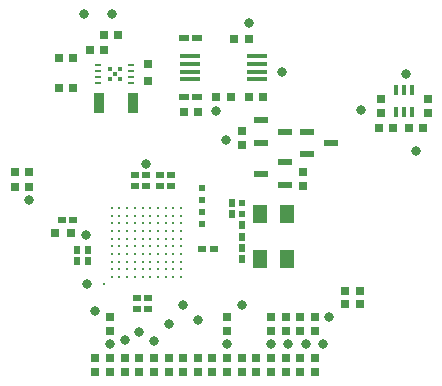
<source format=gbp>
%FSLAX43Y43*%
%MOMM*%
G71*
G01*
G75*
G04 Layer_Color=128*
%ADD10R,0.600X1.000*%
%ADD11R,0.400X1.400*%
%ADD12R,2.300X1.900*%
%ADD13R,1.775X1.900*%
%ADD14R,0.650X0.500*%
%ADD15R,1.000X2.250*%
%ADD16R,1.400X1.150*%
%ADD17R,1.600X1.000*%
%ADD18R,2.500X3.000*%
%ADD19O,0.800X0.400*%
%ADD20O,0.250X0.700*%
%ADD21O,0.700X0.250*%
%ADD22R,4.500X4.500*%
%ADD23R,1.200X1.200*%
%ADD24R,1.100X0.600*%
%ADD25R,1.100X1.000*%
%ADD26R,0.350X0.700*%
%ADD27R,0.700X0.700*%
%ADD28R,0.282X0.205*%
%ADD29R,0.550X0.600*%
%ADD30R,0.650X0.800*%
%ADD31R,0.500X0.650*%
%ADD32R,0.762X0.762*%
%ADD33R,0.205X0.282*%
%ADD34R,0.600X0.900*%
%ADD35R,0.800X0.650*%
%ADD36R,0.600X0.550*%
G04:AMPARAMS|DCode=37|XSize=0.205mm|YSize=0.282mm|CornerRadius=0mm|HoleSize=0mm|Usage=FLASHONLY|Rotation=135.000|XOffset=0mm|YOffset=0mm|HoleType=Round|Shape=Rectangle|*
%AMROTATEDRECTD37*
4,1,4,0.172,0.027,-0.027,-0.172,-0.172,-0.027,0.027,0.172,0.172,0.027,0.0*
%
%ADD37ROTATEDRECTD37*%

G04:AMPARAMS|DCode=38|XSize=0.205mm|YSize=0.282mm|CornerRadius=0mm|HoleSize=0mm|Usage=FLASHONLY|Rotation=225.000|XOffset=0mm|YOffset=0mm|HoleType=Round|Shape=Rectangle|*
%AMROTATEDRECTD38*
4,1,4,-0.027,0.172,0.172,-0.027,0.027,-0.172,-0.172,0.027,-0.027,0.172,0.0*
%
%ADD38ROTATEDRECTD38*%

%ADD39R,0.900X0.600*%
%ADD40R,1.200X1.200*%
%ADD41R,0.700X0.700*%
%ADD42C,0.254*%
%ADD43C,0.203*%
%ADD44C,0.180*%
%ADD45C,0.150*%
%ADD46C,0.300*%
%ADD47C,0.125*%
%ADD48C,0.200*%
%ADD49C,0.114*%
%ADD50C,0.250*%
%ADD51C,0.205*%
%ADD52R,0.450X2.959*%
%ADD53R,2.025X0.450*%
%ADD54R,1.650X0.550*%
%ADD55R,0.601X0.571*%
%ADD56R,0.763X0.125*%
%ADD57R,0.600X0.670*%
%ADD58R,0.598X0.716*%
%ADD59R,2.386X0.197*%
%ADD60R,0.350X3.200*%
%ADD61R,1.700X1.700*%
%ADD62C,1.700*%
%ADD63R,1.700X1.700*%
%ADD64C,2.400*%
%ADD65C,1.050*%
%ADD66C,3.600*%
%ADD67C,0.762*%
%ADD68C,0.500*%
%ADD69C,0.450*%
%ADD70C,0.400*%
%ADD71C,0.550*%
%ADD72C,0.500*%
%ADD73C,1.600*%
G04:AMPARAMS|DCode=74|XSize=2.524mm|YSize=2.524mm|CornerRadius=0mm|HoleSize=0mm|Usage=FLASHONLY|Rotation=0.000|XOffset=0mm|YOffset=0mm|HoleType=Round|Shape=Relief|Width=0.254mm|Gap=0.254mm|Entries=4|*
%AMTHD74*
7,0,0,2.524,2.016,0.254,45*
%
%ADD74THD74*%
%ADD75C,2.100*%
G04:AMPARAMS|DCode=76|XSize=3.124mm|YSize=3.124mm|CornerRadius=0mm|HoleSize=0mm|Usage=FLASHONLY|Rotation=0.000|XOffset=0mm|YOffset=0mm|HoleType=Round|Shape=Relief|Width=0.254mm|Gap=0.254mm|Entries=4|*
%AMTHD76*
7,0,0,3.124,2.616,0.254,45*
%
%ADD76THD76*%
G04:AMPARAMS|DCode=77|XSize=1.45mm|YSize=1.45mm|CornerRadius=0mm|HoleSize=0mm|Usage=FLASHONLY|Rotation=0.000|XOffset=0mm|YOffset=0mm|HoleType=Round|Shape=Relief|Width=0.2mm|Gap=0.2mm|Entries=4|*
%AMTHD77*
7,0,0,1.450,1.050,0.200,45*
%
%ADD77THD77*%
%ADD78C,1.250*%
G04:AMPARAMS|DCode=79|XSize=4.224mm|YSize=4.224mm|CornerRadius=0mm|HoleSize=0mm|Usage=FLASHONLY|Rotation=0.000|XOffset=0mm|YOffset=0mm|HoleType=Round|Shape=Relief|Width=0.254mm|Gap=0.254mm|Entries=4|*
%AMTHD79*
7,0,0,4.224,3.716,0.254,45*
%
%ADD79THD79*%
%ADD80C,0.800*%
%ADD81C,0.850*%
%ADD82C,0.400*%
%ADD83C,2.200*%
%ADD84C,3.300*%
%ADD85C,0.930*%
%ADD86C,1.270*%
%ADD87R,1.300X1.600*%
%ADD88R,0.600X0.250*%
%ADD89R,1.600X1.500*%
%ADD90C,0.280*%
%ADD91R,1.700X0.350*%
%ADD92R,1.300X0.600*%
%ADD93R,0.350X0.850*%
%ADD94R,0.950X1.750*%
%ADD95C,0.300*%
%ADD96C,0.800*%
%ADD97C,1.000*%
%ADD98C,0.100*%
%ADD99C,0.050*%
%ADD100C,0.102*%
%ADD101R,0.800X1.000*%
%ADD102R,0.875X0.550*%
%ADD103R,2.100X2.100*%
%ADD104R,2.100X2.100*%
%ADD105R,1.700X1.700*%
%ADD106R,1.800X0.700*%
%ADD107R,0.700X1.800*%
%ADD108R,0.700X1.100*%
%ADD109R,0.500X1.500*%
%ADD110R,2.400X2.000*%
%ADD111R,1.875X2.000*%
%ADD112R,0.750X0.600*%
%ADD113R,1.100X2.350*%
%ADD114R,1.500X1.250*%
%ADD115R,1.700X1.100*%
%ADD116R,2.600X3.100*%
%ADD117O,0.900X0.500*%
%ADD118O,0.350X0.800*%
%ADD119O,0.800X0.350*%
%ADD120R,4.600X4.600*%
%ADD121R,1.300X1.300*%
%ADD122R,1.200X0.700*%
%ADD123R,1.200X1.100*%
%ADD124R,0.450X0.800*%
%ADD125R,0.800X0.800*%
%ADD126R,0.408X0.332*%
%ADD127R,0.650X0.700*%
%ADD128R,0.750X0.900*%
%ADD129R,0.600X0.750*%
%ADD130R,0.862X0.862*%
%ADD131R,0.332X0.408*%
%ADD132R,0.700X1.000*%
%ADD133R,0.900X0.750*%
%ADD134R,0.700X0.650*%
G04:AMPARAMS|DCode=135|XSize=0.332mm|YSize=0.408mm|CornerRadius=0mm|HoleSize=0mm|Usage=FLASHONLY|Rotation=135.000|XOffset=0mm|YOffset=0mm|HoleType=Round|Shape=Rectangle|*
%AMROTATEDRECTD135*
4,1,4,0.261,0.027,-0.027,-0.261,-0.261,-0.027,0.027,0.261,0.261,0.027,0.0*
%
%ADD135ROTATEDRECTD135*%

G04:AMPARAMS|DCode=136|XSize=0.332mm|YSize=0.408mm|CornerRadius=0mm|HoleSize=0mm|Usage=FLASHONLY|Rotation=225.000|XOffset=0mm|YOffset=0mm|HoleType=Round|Shape=Rectangle|*
%AMROTATEDRECTD136*
4,1,4,-0.027,0.261,0.261,-0.027,0.027,-0.261,-0.261,0.027,-0.027,0.261,0.0*
%
%ADD136ROTATEDRECTD136*%

%ADD137R,1.000X0.700*%
%ADD138R,1.300X1.300*%
%ADD139R,0.800X0.800*%
%ADD140R,1.800X1.800*%
%ADD141C,1.800*%
%ADD142R,1.800X1.800*%
%ADD143C,2.500*%
%ADD144C,1.150*%
%ADD145C,3.700*%
%ADD146C,1.370*%
%ADD147R,1.400X1.700*%
%ADD148R,0.700X0.350*%
%ADD149R,1.700X1.600*%
%ADD150C,0.380*%
%ADD151R,1.800X0.450*%
%ADD152R,1.400X0.700*%
%ADD153R,0.450X0.950*%
%ADD154R,1.050X1.850*%
%ADD155C,0.900*%
%ADD156C,0.862*%
%ADD157R,0.200X0.100*%
D14*
X-31200Y-18900D02*
D03*
X-32150D02*
D03*
X-25025Y-15100D02*
D03*
X-25975D02*
D03*
X-25025Y-16000D02*
D03*
X-25975D02*
D03*
X-23875Y-15100D02*
D03*
X-22925D02*
D03*
X-23875Y-16000D02*
D03*
X-22925D02*
D03*
X-20275Y-21300D02*
D03*
X-19325D02*
D03*
X-25850Y-25500D02*
D03*
X-24900D02*
D03*
X-25850Y-26400D02*
D03*
X-24900D02*
D03*
D29*
X-20300Y-16200D02*
D03*
Y-17200D02*
D03*
Y-19200D02*
D03*
Y-18200D02*
D03*
X-16900Y-17400D02*
D03*
Y-18400D02*
D03*
D30*
X-25627Y-31751D02*
D03*
Y-30551D02*
D03*
X-15700Y-30551D02*
D03*
Y-31751D02*
D03*
X-23148Y-30551D02*
D03*
Y-31751D02*
D03*
X-21908Y-30551D02*
D03*
Y-31751D02*
D03*
X-10753Y-30550D02*
D03*
Y-31750D02*
D03*
X-11989Y-30550D02*
D03*
Y-31750D02*
D03*
X-13225Y-30550D02*
D03*
Y-31750D02*
D03*
X-14461Y-30550D02*
D03*
Y-31750D02*
D03*
X-18190Y-30551D02*
D03*
Y-31751D02*
D03*
X-16950Y-30551D02*
D03*
Y-31751D02*
D03*
X-19429Y-30551D02*
D03*
Y-31751D02*
D03*
X-20669Y-30551D02*
D03*
Y-31751D02*
D03*
X-28106Y-30551D02*
D03*
Y-31751D02*
D03*
X-29345Y-30551D02*
D03*
Y-31751D02*
D03*
X-26866Y-30551D02*
D03*
Y-31751D02*
D03*
X-24387Y-30551D02*
D03*
Y-31751D02*
D03*
X-11775Y-15979D02*
D03*
Y-14779D02*
D03*
X-16925Y-12525D02*
D03*
Y-11325D02*
D03*
X-1200Y-9800D02*
D03*
Y-8600D02*
D03*
X-5200Y-8600D02*
D03*
Y-9800D02*
D03*
X-18190Y-27075D02*
D03*
Y-28275D02*
D03*
X-14461Y-27075D02*
D03*
Y-28275D02*
D03*
X-13225Y-27075D02*
D03*
Y-28275D02*
D03*
X-11989Y-27075D02*
D03*
Y-28275D02*
D03*
X-10750Y-27075D02*
D03*
Y-28275D02*
D03*
X-28106Y-28275D02*
D03*
Y-27075D02*
D03*
D31*
X-16900Y-22175D02*
D03*
Y-21225D02*
D03*
Y-19325D02*
D03*
Y-20275D02*
D03*
X-17800Y-17425D02*
D03*
Y-18375D02*
D03*
X-30000Y-21425D02*
D03*
Y-22375D02*
D03*
X-30875Y-21425D02*
D03*
Y-22375D02*
D03*
D32*
X-24900Y-5701D02*
D03*
Y-7098D02*
D03*
D35*
X-21850Y-9725D02*
D03*
X-20650D02*
D03*
X-16375Y-3525D02*
D03*
X-17575D02*
D03*
X-36124Y-16079D02*
D03*
X-34924D02*
D03*
X-34924Y-14804D02*
D03*
X-36124D02*
D03*
X-32400Y-7700D02*
D03*
X-31200D02*
D03*
X-1600Y-11100D02*
D03*
X-2800D02*
D03*
X-4100D02*
D03*
X-5300D02*
D03*
X-6976Y-26017D02*
D03*
X-8176D02*
D03*
X-6976Y-24862D02*
D03*
X-8176D02*
D03*
X-31200Y-5200D02*
D03*
X-32400D02*
D03*
X-17900Y-8500D02*
D03*
X-19100D02*
D03*
X-16350D02*
D03*
X-15150D02*
D03*
X-28600Y-3250D02*
D03*
X-27400D02*
D03*
X-29800Y-4500D02*
D03*
X-28600D02*
D03*
D39*
X-20700Y-8500D02*
D03*
X-21800D02*
D03*
X-20700Y-3500D02*
D03*
X-21800D02*
D03*
D41*
X-32775Y-20000D02*
D03*
X-31375D02*
D03*
D70*
X-27700Y-6500D02*
D03*
X-28125Y-6900D02*
D03*
X-27275D02*
D03*
Y-6100D02*
D03*
X-28125D02*
D03*
D87*
X-15400Y-22150D02*
D03*
Y-18350D02*
D03*
X-13100D02*
D03*
Y-22150D02*
D03*
D88*
X-29100Y-5750D02*
D03*
Y-6250D02*
D03*
Y-7250D02*
D03*
Y-6750D02*
D03*
X-26300D02*
D03*
Y-7250D02*
D03*
Y-6250D02*
D03*
Y-5750D02*
D03*
D90*
X-22100Y-23700D02*
D03*
Y-23050D02*
D03*
Y-22400D02*
D03*
Y-21750D02*
D03*
Y-20450D02*
D03*
Y-19800D02*
D03*
Y-19150D02*
D03*
Y-21100D02*
D03*
X-22750D02*
D03*
X-23400D02*
D03*
X-24050D02*
D03*
X-24700D02*
D03*
X-25350D02*
D03*
X-26000D02*
D03*
X-26650D02*
D03*
X-27300D02*
D03*
X-27950D02*
D03*
X-22750Y-23700D02*
D03*
X-23400D02*
D03*
X-24050D02*
D03*
X-24700D02*
D03*
X-25350D02*
D03*
X-26000D02*
D03*
X-26650D02*
D03*
X-27300D02*
D03*
X-27950D02*
D03*
X-22750Y-23050D02*
D03*
X-23400D02*
D03*
X-24050D02*
D03*
X-24700D02*
D03*
X-25350D02*
D03*
X-26000D02*
D03*
X-26650D02*
D03*
X-27300D02*
D03*
X-27950D02*
D03*
X-22750Y-22400D02*
D03*
X-23400D02*
D03*
X-24050D02*
D03*
X-24700D02*
D03*
X-25350D02*
D03*
X-26000D02*
D03*
X-26650D02*
D03*
X-27300D02*
D03*
X-27950D02*
D03*
X-22750Y-21750D02*
D03*
X-23400D02*
D03*
X-24050D02*
D03*
X-24700D02*
D03*
X-25350D02*
D03*
X-26000D02*
D03*
X-26650D02*
D03*
X-27300D02*
D03*
X-27950D02*
D03*
X-22750Y-20450D02*
D03*
X-23400D02*
D03*
X-24050D02*
D03*
X-24700D02*
D03*
X-25350D02*
D03*
X-26000D02*
D03*
X-26650D02*
D03*
X-27300D02*
D03*
X-27950D02*
D03*
X-22750Y-19800D02*
D03*
X-23400D02*
D03*
X-24050D02*
D03*
X-24700D02*
D03*
X-25350D02*
D03*
X-26000D02*
D03*
X-26650D02*
D03*
X-27300D02*
D03*
X-27950D02*
D03*
X-22750Y-19150D02*
D03*
X-23400D02*
D03*
X-24050D02*
D03*
X-24700D02*
D03*
X-25350D02*
D03*
X-26000D02*
D03*
X-26650D02*
D03*
X-27300D02*
D03*
X-27950D02*
D03*
X-22100Y-18500D02*
D03*
X-22750D02*
D03*
X-23400D02*
D03*
X-24050D02*
D03*
X-24700D02*
D03*
X-25350D02*
D03*
X-26000D02*
D03*
X-26650D02*
D03*
X-27300D02*
D03*
X-27950D02*
D03*
X-22100Y-17850D02*
D03*
X-22750D02*
D03*
X-23400D02*
D03*
X-24050D02*
D03*
X-24700D02*
D03*
X-25350D02*
D03*
X-26000D02*
D03*
X-26650D02*
D03*
X-27300D02*
D03*
X-27950D02*
D03*
D91*
X-21350Y-6975D02*
D03*
Y-6325D02*
D03*
Y-5675D02*
D03*
Y-5025D02*
D03*
X-15650Y-6975D02*
D03*
Y-6325D02*
D03*
Y-5675D02*
D03*
Y-5025D02*
D03*
D92*
X-9350Y-12350D02*
D03*
X-11450Y-11400D02*
D03*
Y-13300D02*
D03*
X-15350Y-14950D02*
D03*
X-13250Y-15900D02*
D03*
Y-14000D02*
D03*
Y-11400D02*
D03*
X-15350Y-10450D02*
D03*
Y-12350D02*
D03*
D93*
X-3875Y-9725D02*
D03*
X-3225D02*
D03*
X-2575D02*
D03*
Y-7875D02*
D03*
X-3225D02*
D03*
X-3875D02*
D03*
D94*
X-26125Y-9000D02*
D03*
X-29075D02*
D03*
D95*
X-28571Y-24275D02*
D03*
D96*
X-27899Y-1416D02*
D03*
X-2172Y-13028D02*
D03*
X-6863Y-9538D02*
D03*
X-30105Y-20125D02*
D03*
X-25628Y-28348D02*
D03*
X-19100Y-9666D02*
D03*
X-16375Y-2236D02*
D03*
X-18250Y-12071D02*
D03*
X-34924Y-17176D02*
D03*
X-25025Y-14166D02*
D03*
X-13522Y-6325D02*
D03*
X-30325Y-1403D02*
D03*
X-18190Y-29413D02*
D03*
X-14461D02*
D03*
X-16950Y-26037D02*
D03*
X-21908Y-26090D02*
D03*
X-23075Y-27670D02*
D03*
X-20669Y-27325D02*
D03*
X-26866Y-28994D02*
D03*
X-29345Y-26585D02*
D03*
X-24387Y-29098D02*
D03*
X-3080Y-6542D02*
D03*
X-28106Y-29411D02*
D03*
X-9555Y-27075D02*
D03*
X-11525Y-29411D02*
D03*
X-12993D02*
D03*
X-10057Y-29414D02*
D03*
X-30029Y-24275D02*
D03*
D157*
X-27700Y-6500D02*
D03*
M02*

</source>
